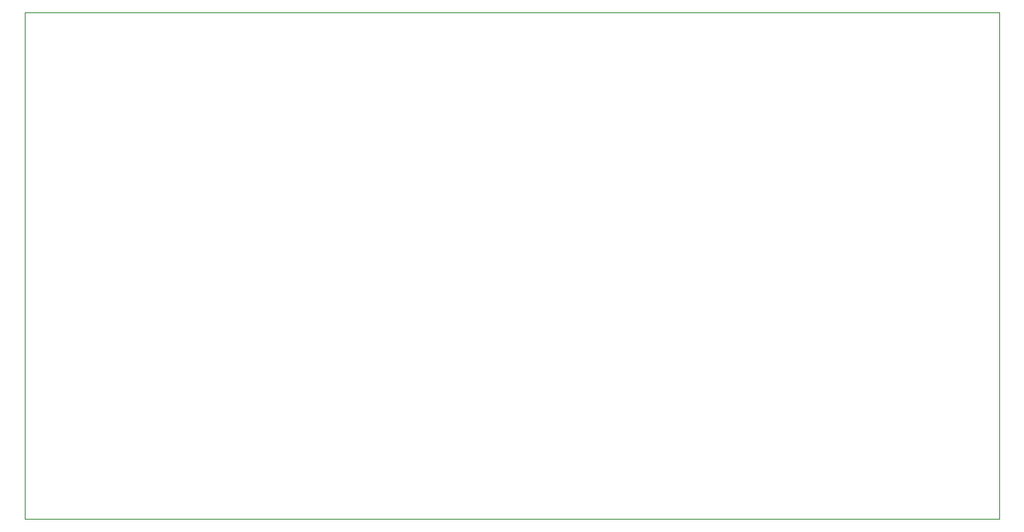
<source format=gbr>
G04 #@! TF.GenerationSoftware,KiCad,Pcbnew,5.1.4-e60b266~84~ubuntu18.04.1*
G04 #@! TF.CreationDate,2019-10-29T18:19:43-03:00*
G04 #@! TF.ProjectId,fonte_18V,666f6e74-655f-4313-9856-2e6b69636164,rev?*
G04 #@! TF.SameCoordinates,Original*
G04 #@! TF.FileFunction,Profile,NP*
%FSLAX46Y46*%
G04 Gerber Fmt 4.6, Leading zero omitted, Abs format (unit mm)*
G04 Created by KiCad (PCBNEW 5.1.4-e60b266~84~ubuntu18.04.1) date 2019-10-29 18:19:43*
%MOMM*%
%LPD*%
G04 APERTURE LIST*
%ADD10C,0.050000*%
G04 APERTURE END LIST*
D10*
X89000000Y-187000000D02*
X89000000Y-135000000D01*
X189000000Y-187000000D02*
X89000000Y-187000000D01*
X189000000Y-135000000D02*
X189000000Y-187000000D01*
X89000000Y-135000000D02*
X189000000Y-135000000D01*
M02*

</source>
